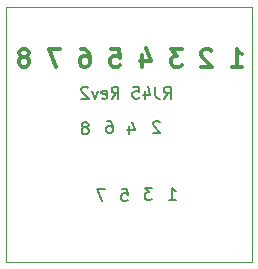
<source format=gbr>
G04 #@! TF.GenerationSoftware,KiCad,Pcbnew,(6.0.0)*
G04 #@! TF.CreationDate,2022-07-24T20:25:18-05:00*
G04 #@! TF.ProjectId,RJ45Breakout,524a3435-4272-4656-916b-6f75742e6b69,rev?*
G04 #@! TF.SameCoordinates,Original*
G04 #@! TF.FileFunction,Legend,Bot*
G04 #@! TF.FilePolarity,Positive*
%FSLAX46Y46*%
G04 Gerber Fmt 4.6, Leading zero omitted, Abs format (unit mm)*
G04 Created by KiCad (PCBNEW (6.0.0)) date 2022-07-24 20:25:18*
%MOMM*%
%LPD*%
G01*
G04 APERTURE LIST*
G04 #@! TA.AperFunction,Profile*
%ADD10C,0.050000*%
G04 #@! TD*
%ADD11C,0.150000*%
%ADD12C,0.300000*%
G04 APERTURE END LIST*
D10*
X161190000Y-92530000D02*
X161200000Y-114160000D01*
X140410000Y-114160000D02*
X140410000Y-92530000D01*
X161200000Y-114160000D02*
X140410000Y-114160000D01*
X140410000Y-92530000D02*
X161190000Y-92530000D01*
D11*
X150799523Y-102645714D02*
X150799523Y-103312380D01*
X151037619Y-102264761D02*
X151275714Y-102979047D01*
X150656666Y-102979047D01*
X148949523Y-102212380D02*
X149140000Y-102212380D01*
X149235238Y-102260000D01*
X149282857Y-102307619D01*
X149378095Y-102450476D01*
X149425714Y-102640952D01*
X149425714Y-103021904D01*
X149378095Y-103117142D01*
X149330476Y-103164761D01*
X149235238Y-103212380D01*
X149044761Y-103212380D01*
X148949523Y-103164761D01*
X148901904Y-103117142D01*
X148854285Y-103021904D01*
X148854285Y-102783809D01*
X148901904Y-102688571D01*
X148949523Y-102640952D01*
X149044761Y-102593333D01*
X149235238Y-102593333D01*
X149330476Y-102640952D01*
X149378095Y-102688571D01*
X149425714Y-102783809D01*
X148753333Y-107932380D02*
X148086666Y-107932380D01*
X148515238Y-108932380D01*
D12*
X159471428Y-97608571D02*
X160328571Y-97608571D01*
X159900000Y-97608571D02*
X159900000Y-96108571D01*
X160042857Y-96322857D01*
X160185714Y-96465714D01*
X160328571Y-96537142D01*
X157757142Y-96251428D02*
X157685714Y-96180000D01*
X157542857Y-96108571D01*
X157185714Y-96108571D01*
X157042857Y-96180000D01*
X156971428Y-96251428D01*
X156900000Y-96394285D01*
X156900000Y-96537142D01*
X156971428Y-96751428D01*
X157828571Y-97608571D01*
X156900000Y-97608571D01*
X155257142Y-96108571D02*
X154328571Y-96108571D01*
X154828571Y-96680000D01*
X154614285Y-96680000D01*
X154471428Y-96751428D01*
X154400000Y-96822857D01*
X154328571Y-96965714D01*
X154328571Y-97322857D01*
X154400000Y-97465714D01*
X154471428Y-97537142D01*
X154614285Y-97608571D01*
X155042857Y-97608571D01*
X155185714Y-97537142D01*
X155257142Y-97465714D01*
X151900000Y-96608571D02*
X151900000Y-97608571D01*
X152257142Y-96037142D02*
X152614285Y-97108571D01*
X151685714Y-97108571D01*
X149257142Y-96108571D02*
X149971428Y-96108571D01*
X150042857Y-96822857D01*
X149971428Y-96751428D01*
X149828571Y-96680000D01*
X149471428Y-96680000D01*
X149328571Y-96751428D01*
X149257142Y-96822857D01*
X149185714Y-96965714D01*
X149185714Y-97322857D01*
X149257142Y-97465714D01*
X149328571Y-97537142D01*
X149471428Y-97608571D01*
X149828571Y-97608571D01*
X149971428Y-97537142D01*
X150042857Y-97465714D01*
X146757142Y-96108571D02*
X147042857Y-96108571D01*
X147185714Y-96180000D01*
X147257142Y-96251428D01*
X147400000Y-96465714D01*
X147471428Y-96751428D01*
X147471428Y-97322857D01*
X147400000Y-97465714D01*
X147328571Y-97537142D01*
X147185714Y-97608571D01*
X146900000Y-97608571D01*
X146757142Y-97537142D01*
X146685714Y-97465714D01*
X146614285Y-97322857D01*
X146614285Y-96965714D01*
X146685714Y-96822857D01*
X146757142Y-96751428D01*
X146900000Y-96680000D01*
X147185714Y-96680000D01*
X147328571Y-96751428D01*
X147400000Y-96822857D01*
X147471428Y-96965714D01*
X144971428Y-96108571D02*
X143971428Y-96108571D01*
X144614285Y-97608571D01*
X142042857Y-96751428D02*
X142185714Y-96680000D01*
X142257142Y-96608571D01*
X142328571Y-96465714D01*
X142328571Y-96394285D01*
X142257142Y-96251428D01*
X142185714Y-96180000D01*
X142042857Y-96108571D01*
X141757142Y-96108571D01*
X141614285Y-96180000D01*
X141542857Y-96251428D01*
X141471428Y-96394285D01*
X141471428Y-96465714D01*
X141542857Y-96608571D01*
X141614285Y-96680000D01*
X141757142Y-96751428D01*
X142042857Y-96751428D01*
X142185714Y-96822857D01*
X142257142Y-96894285D01*
X142328571Y-97037142D01*
X142328571Y-97322857D01*
X142257142Y-97465714D01*
X142185714Y-97537142D01*
X142042857Y-97608571D01*
X141757142Y-97608571D01*
X141614285Y-97537142D01*
X141542857Y-97465714D01*
X141471428Y-97322857D01*
X141471428Y-97037142D01*
X141542857Y-96894285D01*
X141614285Y-96822857D01*
X141757142Y-96751428D01*
D11*
X153740476Y-100292380D02*
X154073809Y-99816190D01*
X154311904Y-100292380D02*
X154311904Y-99292380D01*
X153930952Y-99292380D01*
X153835714Y-99340000D01*
X153788095Y-99387619D01*
X153740476Y-99482857D01*
X153740476Y-99625714D01*
X153788095Y-99720952D01*
X153835714Y-99768571D01*
X153930952Y-99816190D01*
X154311904Y-99816190D01*
X153026190Y-99292380D02*
X153026190Y-100006666D01*
X153073809Y-100149523D01*
X153169047Y-100244761D01*
X153311904Y-100292380D01*
X153407142Y-100292380D01*
X152121428Y-99625714D02*
X152121428Y-100292380D01*
X152359523Y-99244761D02*
X152597619Y-99959047D01*
X151978571Y-99959047D01*
X151121428Y-99292380D02*
X151597619Y-99292380D01*
X151645238Y-99768571D01*
X151597619Y-99720952D01*
X151502380Y-99673333D01*
X151264285Y-99673333D01*
X151169047Y-99720952D01*
X151121428Y-99768571D01*
X151073809Y-99863809D01*
X151073809Y-100101904D01*
X151121428Y-100197142D01*
X151169047Y-100244761D01*
X151264285Y-100292380D01*
X151502380Y-100292380D01*
X151597619Y-100244761D01*
X151645238Y-100197142D01*
X149311904Y-100292380D02*
X149645238Y-99816190D01*
X149883333Y-100292380D02*
X149883333Y-99292380D01*
X149502380Y-99292380D01*
X149407142Y-99340000D01*
X149359523Y-99387619D01*
X149311904Y-99482857D01*
X149311904Y-99625714D01*
X149359523Y-99720952D01*
X149407142Y-99768571D01*
X149502380Y-99816190D01*
X149883333Y-99816190D01*
X148502380Y-100244761D02*
X148597619Y-100292380D01*
X148788095Y-100292380D01*
X148883333Y-100244761D01*
X148930952Y-100149523D01*
X148930952Y-99768571D01*
X148883333Y-99673333D01*
X148788095Y-99625714D01*
X148597619Y-99625714D01*
X148502380Y-99673333D01*
X148454761Y-99768571D01*
X148454761Y-99863809D01*
X148930952Y-99959047D01*
X148121428Y-99625714D02*
X147883333Y-100292380D01*
X147645238Y-99625714D01*
X147311904Y-99387619D02*
X147264285Y-99340000D01*
X147169047Y-99292380D01*
X146930952Y-99292380D01*
X146835714Y-99340000D01*
X146788095Y-99387619D01*
X146740476Y-99482857D01*
X146740476Y-99578095D01*
X146788095Y-99720952D01*
X147359523Y-100292380D01*
X146740476Y-100292380D01*
X152733333Y-107862380D02*
X152114285Y-107862380D01*
X152447619Y-108243333D01*
X152304761Y-108243333D01*
X152209523Y-108290952D01*
X152161904Y-108338571D01*
X152114285Y-108433809D01*
X152114285Y-108671904D01*
X152161904Y-108767142D01*
X152209523Y-108814761D01*
X152304761Y-108862380D01*
X152590476Y-108862380D01*
X152685714Y-108814761D01*
X152733333Y-108767142D01*
X147175238Y-102740952D02*
X147270476Y-102693333D01*
X147318095Y-102645714D01*
X147365714Y-102550476D01*
X147365714Y-102502857D01*
X147318095Y-102407619D01*
X147270476Y-102360000D01*
X147175238Y-102312380D01*
X146984761Y-102312380D01*
X146889523Y-102360000D01*
X146841904Y-102407619D01*
X146794285Y-102502857D01*
X146794285Y-102550476D01*
X146841904Y-102645714D01*
X146889523Y-102693333D01*
X146984761Y-102740952D01*
X147175238Y-102740952D01*
X147270476Y-102788571D01*
X147318095Y-102836190D01*
X147365714Y-102931428D01*
X147365714Y-103121904D01*
X147318095Y-103217142D01*
X147270476Y-103264761D01*
X147175238Y-103312380D01*
X146984761Y-103312380D01*
X146889523Y-103264761D01*
X146841904Y-103217142D01*
X146794285Y-103121904D01*
X146794285Y-102931428D01*
X146841904Y-102836190D01*
X146889523Y-102788571D01*
X146984761Y-102740952D01*
X154174285Y-108862380D02*
X154745714Y-108862380D01*
X154460000Y-108862380D02*
X154460000Y-107862380D01*
X154555238Y-108005238D01*
X154650476Y-108100476D01*
X154745714Y-108148095D01*
X150161904Y-107952380D02*
X150638095Y-107952380D01*
X150685714Y-108428571D01*
X150638095Y-108380952D01*
X150542857Y-108333333D01*
X150304761Y-108333333D01*
X150209523Y-108380952D01*
X150161904Y-108428571D01*
X150114285Y-108523809D01*
X150114285Y-108761904D01*
X150161904Y-108857142D01*
X150209523Y-108904761D01*
X150304761Y-108952380D01*
X150542857Y-108952380D01*
X150638095Y-108904761D01*
X150685714Y-108857142D01*
X153385714Y-102287619D02*
X153338095Y-102240000D01*
X153242857Y-102192380D01*
X153004761Y-102192380D01*
X152909523Y-102240000D01*
X152861904Y-102287619D01*
X152814285Y-102382857D01*
X152814285Y-102478095D01*
X152861904Y-102620952D01*
X153433333Y-103192380D01*
X152814285Y-103192380D01*
M02*

</source>
